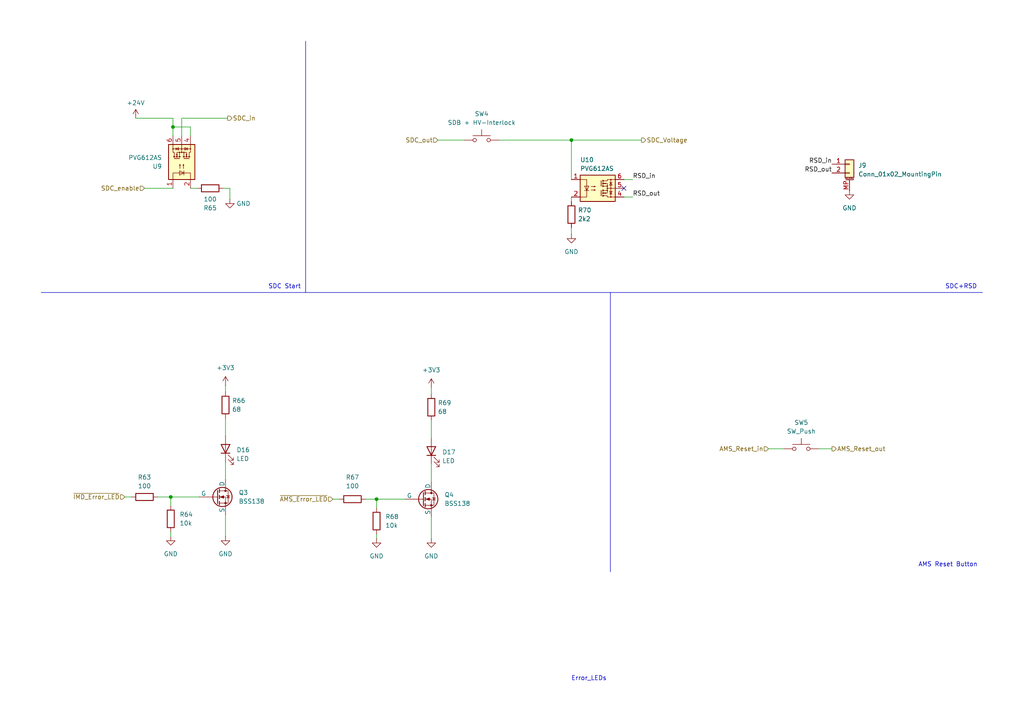
<source format=kicad_sch>
(kicad_sch (version 20250114) (generator "eeschema") (generator_version "9.0")
  (paper "A4")
  (lib_symbols
    (symbol "Connector_Generic_MountingPin:Conn_01x02_MountingPin" (pin_names (offset 1.016) (hide yes))
      (property "Reference" "J" (at 0 2.54 0))
      (property "Value" "Conn_01x02_MountingPin" (at 1.27 -5.08 0))
      (symbol "Conn_01x02_MountingPin_1_1"
        (rectangle (start -1.27 1.27) (end 1.27 -3.81) (stroke (width 0.254)) (fill (type background)))
        (rectangle (start -1.27 0.127) (end 0 -0.127) (stroke (width 0.1524)))
        (rectangle (start -1.27 -2.413) (end 0 -2.667) (stroke (width 0.1524)))
        (polyline (pts (xy -1.016 -4.572) (xy 1.016 -4.572)) (stroke (width 0.1524)))
        (text "Mounting" (at 0 -4.191 0) (effects (font (size 0.381 0.381))))
        (pin passive line (at -5.08 0 0) (length 3.81) (name "Pin_1") (number "1"))
        (pin passive line (at -5.08 -2.54 0) (length 3.81) (name "Pin_2") (number "2"))
        (pin passive line (at 0 -7.62 90) (length 3.048) (name "MountPin") (number "MP"))
      )
    )
    (symbol "Device:LED" (pin_numbers (hide yes)) (pin_names (offset 1.016) (hide yes))
      (property "Reference" "D" (at 0 2.54 0))
      (property "Value" "LED" (at 0 -2.54 0))
      (symbol "LED_0_1"
        (polyline (pts (xy -3.048 -0.762) (xy -4.572 -2.286) (xy -3.81 -2.286) (xy -4.572 -2.286) (xy -4.572 -1.524)))
        (polyline (pts (xy -1.778 -0.762) (xy -3.302 -2.286) (xy -2.54 -2.286) (xy -3.302 -2.286) (xy -3.302 -1.524)))
        (polyline (pts (xy -1.27 0) (xy 1.27 0)))
        (polyline (pts (xy -1.27 -1.27) (xy -1.27 1.27)) (stroke (width 0.254)))
        (polyline (pts (xy 1.27 -1.27) (xy 1.27 1.27) (xy -1.27 0) (xy 1.27 -1.27)) (stroke (width 0.254)))
      )
      (symbol "LED_1_1"
        (pin passive line (at -3.81 0 0) (length 2.54) (name "K") (number "1"))
        (pin passive line (at 3.81 0 180) (length 2.54) (name "A") (number "2"))
      )
    )
    (symbol "Device:R" (pin_numbers (hide yes)) (pin_names (offset 0))
      (property "Reference" "R" (at 2.032 0 90))
      (property "Value" "R" (at 0 0 90))
      (symbol "R_0_1"
        (rectangle (start -1.016 -2.54) (end 1.016 2.54) (stroke (width 0.254)))
      )
      (symbol "R_1_1"
        (pin passive line (at 0 3.81 270) (length 1.27) (name "~") (number "1"))
        (pin passive line (at 0 -3.81 90) (length 1.27) (name "~") (number "2"))
      )
    )
    (symbol "FaSTTUBe_Power-Switches:PVG612AS"
      (property "Reference" "U" (at -3.81 5.08 0))
      (property "Value" "PVG612AS" (at 0 -5.08 0))
      (symbol "PVG612AS_0_1"
        (rectangle (start -5.08 3.81) (end 5.08 -3.81) (stroke (width 0.254)) (fill (type background)))
        (polyline (pts (xy -5.08 2.54) (xy -3.175 2.54) (xy -3.175 -2.54) (xy -5.08 -2.54)))
        (polyline (pts (xy -3.81 -0.635) (xy -2.54 -0.635)))
        (polyline (pts (xy -3.175 -0.635) (xy -3.81 0.635) (xy -2.54 0.635) (xy -3.175 -0.635)))
        (polyline (pts (xy -1.905 0.508) (xy -0.635 0.508) (xy -1.016 0.381) (xy -1.016 0.635) (xy -0.635 0.508)))
        (polyline (pts (xy -1.905 -0.508) (xy -0.635 -0.508) (xy -1.016 -0.635) (xy -1.016 -0.381) (xy -0.635 -0.508)))
        (polyline (pts (xy 1.016 2.159) (xy 1.016 0.635)) (stroke (width 0.2032)))
        (polyline (pts (xy 1.016 -0.635) (xy 1.016 -2.159)) (stroke (width 0.2032)))
        (polyline (pts (xy 1.524 2.286) (xy 1.524 2.032) (xy 1.524 2.032)) (stroke (width 0.3556)))
        (polyline (pts (xy 1.524 1.524) (xy 1.524 1.27) (xy 1.524 1.27)) (stroke (width 0.3556)))
        (polyline (pts (xy 1.524 0.762) (xy 1.524 0.508) (xy 1.524 0.508)) (stroke (width 0.3556)))
        (polyline (pts (xy 1.524 -0.508) (xy 1.524 -0.762)) (stroke (width 0.3556)))
        (polyline (pts (xy 1.524 -1.27) (xy 1.524 -1.524) (xy 1.524 -1.524)) (stroke (width 0.3556)))
        (polyline (pts (xy 1.524 -2.032) (xy 1.524 -2.286) (xy 1.524 -2.286)) (stroke (width 0.3556)))
        (polyline (pts (xy 1.651 2.159) (xy 2.794 2.159) (xy 2.794 2.54) (xy 5.08 2.54)))
        (polyline (pts (xy 1.651 1.397) (xy 2.794 1.397) (xy 2.794 0.635)))
        (polyline (pts (xy 1.651 -0.635) (xy 2.794 -0.635) (xy 2.794 0.635) (xy 1.651 0.635)))
        (polyline (pts (xy 1.651 -1.397) (xy 2.794 -1.397) (xy 2.794 -0.635)))
        (polyline (pts (xy 1.651 -2.159) (xy 2.794 -2.159) (xy 2.794 -2.54) (xy 5.08 -2.54)))
        (polyline (pts (xy 1.778 1.397) (xy 2.286 1.524) (xy 2.286 1.27) (xy 1.778 1.397)))
        (polyline (pts (xy 1.778 -1.397) (xy 2.286 -1.27) (xy 2.286 -1.524) (xy 1.778 -1.397)))
        (circle (center 2.794 0.635) (radius 0.127))
        (polyline (pts (xy 2.794 0) (xy 5.08 0)))
        (circle (center 2.794 0) (radius 0.127))
        (circle (center 2.794 -0.635) (radius 0.127))
        (polyline (pts (xy 3.429 1.651) (xy 4.191 1.651)))
        (polyline (pts (xy 3.429 -1.651) (xy 4.191 -1.651)))
        (circle (center 3.81 2.54) (radius 0.127))
        (polyline (pts (xy 3.81 1.651) (xy 3.429 0.889) (xy 4.191 0.889) (xy 3.81 1.651)))
        (circle (center 3.81 0) (radius 0.127))
        (polyline (pts (xy 3.81 -1.651) (xy 3.429 -0.889) (xy 4.191 -0.889) (xy 3.81 -1.651)))
        (polyline (pts (xy 3.81 -2.54) (xy 3.81 2.54)))
        (circle (center 3.81 -2.54) (radius 0.127))
      )
      (symbol "PVG612AS_1_1"
        (pin passive line (at -7.62 2.54 0) (length 2.54) (name "~") (number "1"))
        (pin passive line (at -7.62 -2.54 0) (length 2.54) (name "~") (number "2"))
        (pin no_connect line (at -5.08 0 0) (length 2.54) (hide yes) (name "~") (number "3"))
        (pin passive line (at 7.62 2.54 180) (length 2.54) (name "~") (number "6"))
        (pin passive line (at 7.62 0 180) (length 2.54) (name "~") (number "5"))
        (pin passive line (at 7.62 -2.54 180) (length 2.54) (name "~") (number "4"))
      )
    )
    (symbol "Simulation_SPICE:NMOS" (pin_numbers (hide yes)) (pin_names (offset 0))
      (property "Reference" "Q" (at 5.08 1.27 0))
      (property "Value" "NMOS" (at 5.08 -1.27 0))
      (symbol "NMOS_0_1"
        (polyline (pts (xy 0.254 1.905) (xy 0.254 -1.905)) (stroke (width 0.254)))
        (polyline (pts (xy 0.254 0) (xy -2.54 0)))
        (polyline (pts (xy 0.762 2.286) (xy 0.762 1.27)) (stroke (width 0.254)))
        (polyline (pts (xy 0.762 0.508) (xy 0.762 -0.508)) (stroke (width 0.254)))
        (polyline (pts (xy 0.762 -1.27) (xy 0.762 -2.286)) (stroke (width 0.254)))
        (polyline (pts (xy 0.762 -1.778) (xy 3.302 -1.778) (xy 3.302 1.778) (xy 0.762 1.778)))
        (polyline (pts (xy 1.016 0) (xy 2.032 0.381) (xy 2.032 -0.381) (xy 1.016 0)) (fill (type outline)))
        (circle (center 1.651 0) (radius 2.794) (stroke (width 0.254)))
        (polyline (pts (xy 2.54 2.54) (xy 2.54 1.778)))
        (circle (center 2.54 1.778) (radius 0.254) (fill (type outline)))
        (circle (center 2.54 -1.778) (radius 0.254) (fill (type outline)))
        (polyline (pts (xy 2.54 -2.54) (xy 2.54 0) (xy 0.762 0)))
        (polyline (pts (xy 2.794 0.508) (xy 2.921 0.381) (xy 3.683 0.381) (xy 3.81 0.254)))
        (polyline (pts (xy 3.302 0.381) (xy 2.921 -0.254) (xy 3.683 -0.254) (xy 3.302 0.381)))
      )
      (symbol "NMOS_1_1"
        (pin input line (at -5.08 0 0) (length 2.54) (name "G") (number "2"))
        (pin passive line (at 2.54 5.08 270) (length 2.54) (name "D") (number "1"))
        (pin passive line (at 2.54 -5.08 90) (length 2.54) (name "S") (number "3"))
      )
    )
    (symbol "Switch:SW_Push" (pin_numbers (hide yes)) (pin_names (offset 1.016) (hide yes))
      (property "Reference" "SW" (at 1.27 2.54 0))
      (property "Value" "SW_Push" (at 0 -1.524 0))
      (symbol "SW_Push_0_1"
        (circle (center -2.032 0) (radius 0.508))
        (polyline (pts (xy 0 1.27) (xy 0 3.048)))
        (circle (center 2.032 0) (radius 0.508))
        (polyline (pts (xy 2.54 1.27) (xy -2.54 1.27)))
        (pin passive line (at -5.08 0 0) (length 2.54) (name "1") (number "1"))
        (pin passive line (at 5.08 0 180) (length 2.54) (name "2") (number "2"))
      )
    )
    (symbol "power:+24V" (power) (pin_numbers (hide yes)) (pin_names (offset 0) (hide yes))
      (property "Value" "+24V" (at 0 3.556 0))
      (symbol "+24V_0_1"
        (polyline (pts (xy -0.762 1.27) (xy 0 2.54)))
        (polyline (pts (xy 0 2.54) (xy 0.762 1.27)))
        (polyline (pts (xy 0 0) (xy 0 2.54)))
      )
      (symbol "+24V_1_1"
        (pin power_in line (at 0 0 90) (length 0) (name "~") (number "1"))
      )
    )
    (symbol "power:+3V3" (power) (pin_numbers (hide yes)) (pin_names (offset 0) (hide yes))
      (property "Value" "+3V3" (at 0 3.556 0))
      (symbol "+3V3_0_1"
        (polyline (pts (xy -0.762 1.27) (xy 0 2.54)))
        (polyline (pts (xy 0 2.54) (xy 0.762 1.27)))
        (polyline (pts (xy 0 0) (xy 0 2.54)))
      )
      (symbol "+3V3_1_1"
        (pin power_in line (at 0 0 90) (length 0) (name "~") (number "1"))
      )
    )
    (symbol "power:GND" (power) (pin_numbers (hide yes)) (pin_names (offset 0) (hide yes))
      (property "Value" "GND" (at 0 -3.81 0))
      (symbol "GND_0_1"
        (polyline (pts (xy 0 0) (xy 0 -1.27) (xy 1.27 -1.27) (xy 0 -2.54) (xy -1.27 -1.27) (xy 0 -1.27)))
      )
      (symbol "GND_1_1"
        (pin power_in line (at 0 0 270) (length 0) (name "~") (number "1"))
      )
    )
  )
  (text "AMS Reset Button" (at 274.955 163.83 0) (effects (font (size 1.27 1.27))))
  (text "Error_LEDs" (at 170.815 196.85 0) (effects (font (size 1.27 1.27))))
  (text "SDC+RSD" (at 278.765 83.185 0) (effects (font (size 1.27 1.27))))
  (text "SDC Start" (at 82.55 83.185 0) (effects (font (size 1.27 1.27))))
  (junction (at 50.165 36.83))
  (junction (at 165.735 40.64))
  (junction (at 109.22 144.78))
  (junction (at 49.53 144.145))
  (no_connect (at 180.975 54.61))
  (wire (pts (xy 237.49 130.175) (xy 241.3 130.175)))
  (wire (pts (xy 36.195 144.145) (xy 38.1 144.145)))
  (wire (pts (xy 96.52 144.78) (xy 98.425 144.78)))
  (wire (pts (xy 222.885 130.175) (xy 227.33 130.175)))
  (wire (pts (xy 65.405 149.225) (xy 65.405 155.575)))
  (wire (pts (xy 39.37 34.29) (xy 50.165 34.29)))
  (wire (pts (xy 55.245 39.37) (xy 55.245 36.83)))
  (wire (pts (xy 109.22 144.78) (xy 109.22 147.32)))
  (wire (pts (xy 64.77 54.61) (xy 66.675 54.61)))
  (wire (pts (xy 183.515 52.07) (xy 180.975 52.07)))
  (wire (pts (xy 127 40.64) (xy 134.62 40.64)))
  (wire (pts (xy 125.095 149.86) (xy 125.095 156.21)))
  (polyline (pts (xy 88.646 11.938) (xy 88.646 84.836)))
  (wire (pts (xy 180.975 57.15) (xy 183.515 57.15)))
  (wire (pts (xy 50.165 39.37) (xy 50.165 36.83)))
  (polyline (pts (xy 11.938 84.836) (xy 284.988 84.836)))
  (wire (pts (xy 125.095 134.62) (xy 125.095 139.7)))
  (wire (pts (xy 106.045 144.78) (xy 109.22 144.78)))
  (wire (pts (xy 165.735 40.64) (xy 186.055 40.64)))
  (wire (pts (xy 165.735 66.04) (xy 165.735 67.945)))
  (wire (pts (xy 165.735 57.15) (xy 165.735 58.42)))
  (wire (pts (xy 165.735 40.64) (xy 165.735 52.07)))
  (wire (pts (xy 125.095 112.395) (xy 125.095 114.3)))
  (wire (pts (xy 49.53 144.145) (xy 57.785 144.145)))
  (wire (pts (xy 45.72 144.145) (xy 49.53 144.145)))
  (wire (pts (xy 41.91 54.61) (xy 50.165 54.61)))
  (wire (pts (xy 65.405 111.76) (xy 65.405 113.665)))
  (wire (pts (xy 65.405 121.285) (xy 65.405 126.365)))
  (wire (pts (xy 66.675 54.61) (xy 66.675 57.785)))
  (wire (pts (xy 50.165 36.83) (xy 55.245 36.83)))
  (polyline (pts (xy 177.038 84.836) (xy 177.038 165.862)))
  (wire (pts (xy 52.705 34.29) (xy 66.04 34.29)))
  (wire (pts (xy 49.53 144.145) (xy 49.53 146.685)))
  (wire (pts (xy 52.705 39.37) (xy 52.705 34.29)))
  (wire (pts (xy 144.78 40.64) (xy 165.735 40.64)))
  (wire (pts (xy 50.165 36.83) (xy 50.165 34.29)))
  (wire (pts (xy 55.245 54.61) (xy 57.15 54.61)))
  (wire (pts (xy 125.095 121.92) (xy 125.095 127)))
  (wire (pts (xy 109.22 144.78) (xy 117.475 144.78)))
  (wire (pts (xy 109.22 156.21) (xy 109.22 154.94)))
  (wire (pts (xy 49.53 155.575) (xy 49.53 154.305)))
  (wire (pts (xy 65.405 133.985) (xy 65.405 139.065)))
  (label "RSD_out" (at 241.3 50.165 180))
  (label "RSD_in" (at 183.515 52.07 0))
  (label "RSD_out" (at 183.515 57.15 0))
  (label "RSD_in" (at 241.3 47.625 180))
  (hierarchical_label "SDC_out" (shape input) (at 127 40.64 180))
  (hierarchical_label "~{AMS_Error_LED}" (shape input) (at 96.52 144.78 180))
  (hierarchical_label "~{IMD_Error_LED}" (shape input) (at 36.195 144.145 180))
  (hierarchical_label "SDC_in" (shape output) (at 66.04 34.29 0))
  (hierarchical_label "AMS_Reset_in" (shape input) (at 222.885 130.175 180))
  (hierarchical_label "SDC_enable" (shape input) (at 41.91 54.61 180))
  (hierarchical_label "SDC_Voltage" (shape output) (at 186.055 40.64 0))
  (hierarchical_label "AMS_Reset_out" (shape output) (at 241.3 130.175 0))
  (symbol (lib_id "Device:R") (at 125.095 118.11 180) (unit 1)
    (property "Reference" "R69" (at 127 116.8399 0) (effects (justify right)))
    (property "Value" "68" (at 127 119.3799 0) (effects (justify right)))
    (property "Footprint" "Resistor_SMD:R_0603_1608Metric" (effects (hide yes)))
    (property "Datasheet" "CRGCQ1206F15R" (effects (hide yes)))
    (property "Description" "Resistor" (effects (hide yes)))
  )
  (symbol (lib_id "Device:R") (at 41.91 144.145 270) (unit 1)
    (property "Reference" "R63" (at 41.91 138.43 90))
    (property "Value" "100" (at 41.91 140.97 90))
    (property "Footprint" "Resistor_SMD:R_0603_1608Metric" (effects (hide yes)))
    (property "Description" "Resistor" (effects (hide yes)))
  )
  (symbol (lib_id "Device:R") (at 49.53 150.495 180) (unit 1)
    (property "Reference" "R64" (at 52.07 149.2249 0) (effects (justify right)))
    (property "Value" "10k" (at 52.07 151.7649 0) (effects (justify right)))
    (property "Footprint" "Resistor_SMD:R_0603_1608Metric" (effects (hide yes)))
    (property "Description" "Resistor" (effects (hide yes)))
  )
  (symbol (lib_id "power:GND") (at 66.675 57.785 0) (mirror y) (unit 1)
    (property "Reference" "#PWR0117" (effects (hide yes)))
    (property "Value" "GND" (at 68.58 59.0549 0) (effects (justify right)))
    (property "Description" "Power symbol creates a global label with name \"GND\" , ground" (effects (hide yes)))
  )
  (symbol (lib_id "power:GND") (at 109.22 156.21 0) (unit 1)
    (property "Reference" "#PWR0118" (effects (hide yes)))
    (property "Value" "GND" (at 109.22 161.29 0))
    (property "Description" "Power symbol creates a global label with name \"GND\" , ground" (effects (hide yes)))
  )
  (symbol (lib_id "Device:R") (at 65.405 117.475 180) (unit 1)
    (property "Reference" "R66" (at 67.31 116.2049 0) (effects (justify right)))
    (property "Value" "68" (at 67.31 118.7449 0) (effects (justify right)))
    (property "Footprint" "Resistor_SMD:R_0603_1608Metric" (effects (hide yes)))
    (property "Datasheet" "CRGCQ1206F15R" (effects (hide yes)))
    (property "Description" "Resistor" (effects (hide yes)))
  )
  (symbol (lib_id "Device:R") (at 165.735 62.23 180) (unit 1)
    (property "Reference" "R70" (at 167.64 60.9599 0) (effects (justify right)))
    (property "Value" "2k2" (at 167.64 63.4999 0) (effects (justify right)))
    (property "Footprint" "Resistor_SMD:R_1210_3225Metric" (effects (hide yes)))
    (property "Datasheet" "560112140007" (effects (hide yes)))
    (property "Description" "Resistor" (effects (hide yes)))
  )
  (symbol (lib_id "power:GND") (at 246.38 55.245 0) (unit 1)
    (property "Reference" "#PWR0122" (effects (hide yes)))
    (property "Value" "GND" (at 246.38 60.325 0))
    (property "Description" "Power symbol creates a global label with name \"GND\" , ground" (effects (hide yes)))
  )
  (symbol (lib_id "power:+3V3") (at 65.405 111.76 0) (unit 1)
    (property "Reference" "#PWR0115" (effects (hide yes)))
    (property "Value" "+3V3" (at 65.405 106.68 0))
    (property "Description" "Power symbol creates a global label with name \"+3V3\"" (effects (hide yes)))
  )
  (symbol (lib_id "Simulation_SPICE:NMOS") (at 62.865 144.145 0) (unit 1)
    (property "Reference" "Q3" (at 69.215 142.8749 0) (effects (justify left)))
    (property "Value" "BSS138" (at 69.215 145.4149 0) (effects (justify left)))
    (property "Footprint" "Package_TO_SOT_SMD:SOT-23-3" (effects (hide yes)))
    (property "Datasheet" "https://www.onsemi.com/pdf/datasheet/bss138-d.pdf" (effects (hide yes)))
    (property "Description" "N-MOSFET transistor, drain/source/gate" (effects (hide yes)))
    (property "Sim.Device" "NMOS" (effects (hide yes)))
    (property "Sim.Type" "VDMOS" (effects (hide yes)))
    (property "Sim.Pins" "1=D 2=G 3=S" (effects (hide yes)))
  )
  (symbol (lib_id "Device:R") (at 102.235 144.78 270) (unit 1)
    (property "Reference" "R67" (at 102.235 138.43 90))
    (property "Value" "100" (at 102.235 140.97 90))
    (property "Footprint" "Resistor_SMD:R_0603_1608Metric" (effects (hide yes)))
    (property "Description" "Resistor" (effects (hide yes)))
  )
  (symbol (lib_id "power:GND") (at 49.53 155.575 0) (unit 1)
    (property "Reference" "#PWR0114" (effects (hide yes)))
    (property "Value" "GND" (at 49.53 160.655 0))
    (property "Description" "Power symbol creates a global label with name \"GND\" , ground" (effects (hide yes)))
  )
  (symbol (lib_id "Device:R") (at 60.96 54.61 90) (mirror x) (unit 1)
    (property "Reference" "R65" (at 60.96 60.325 90))
    (property "Value" "100" (at 60.96 57.785 90))
    (property "Footprint" "Resistor_SMD:R_0603_1608Metric" (effects (hide yes)))
    (property "Description" "Resistor" (effects (hide yes)))
  )
  (symbol (lib_id "Device:LED") (at 65.405 130.175 90) (unit 1)
    (property "Reference" "D16" (at 68.58 130.4924 90) (effects (justify right)))
    (property "Value" "LED" (at 68.58 133.0324 90) (effects (justify right)))
    (property "Footprint" "FaSTTUBe_connectors:Micro_Mate-N-Lok_2p_vertical" (effects (hide yes)))
    (property "Datasheet" "https://www.we-online.com/components/products/datasheet/151054RS03000.pdf" (effects (hide yes)))
    (property "Description" "151054RS03000" (effects (hide yes)))
  )
  (symbol (lib_id "Device:R") (at 109.22 151.13 180) (unit 1)
    (property "Reference" "R68" (at 111.76 149.8599 0) (effects (justify right)))
    (property "Value" "10k" (at 111.76 152.3999 0) (effects (justify right)))
    (property "Footprint" "Resistor_SMD:R_0603_1608Metric" (effects (hide yes)))
    (property "Description" "Resistor" (effects (hide yes)))
  )
  (symbol (lib_id "Device:LED") (at 125.095 130.81 90) (unit 1)
    (property "Reference" "D17" (at 128.27 131.1274 90) (effects (justify right)))
    (property "Value" "LED" (at 128.27 133.6674 90) (effects (justify right)))
    (property "Footprint" "FaSTTUBe_connectors:Micro_Mate-N-Lok_2p_vertical" (effects (hide yes)))
    (property "Datasheet" "https://www.we-online.com/components/products/datasheet/151054RS03000.pdf" (effects (hide yes)))
    (property "Description" "151054RS03000" (effects (hide yes)))
  )
  (symbol (lib_id "power:GND") (at 65.405 155.575 0) (unit 1)
    (property "Reference" "#PWR0116" (effects (hide yes)))
    (property "Value" "GND" (at 65.405 160.655 0))
    (property "Description" "Power symbol creates a global label with name \"GND\" , ground" (effects (hide yes)))
  )
  (symbol (lib_id "Switch:SW_Push") (at 139.7 40.64 0) (unit 1)
    (property "Reference" "SW4" (at 139.7 33.02 0))
    (property "Value" "SDB + HV-Interlock" (at 139.7 35.56 0))
    (property "Footprint" "FaSTTUBe_connectors:Micro_Mate-N-Lok_2p_vertical" (effects (hide yes)))
    (property "Description" "Push button switch, generic, two pins" (effects (hide yes)))
  )
  (symbol (lib_id "power:GND") (at 125.095 156.21 0) (unit 1)
    (property "Reference" "#PWR0120" (effects (hide yes)))
    (property "Value" "GND" (at 125.095 161.29 0))
    (property "Description" "Power symbol creates a global label with name \"GND\" , ground" (effects (hide yes)))
  )
  (symbol (lib_id "power:+24V") (at 39.37 34.29 0) (unit 1)
    (property "Reference" "#PWR0113" (effects (hide yes)))
    (property "Value" "+24V" (at 39.37 29.845 0))
    (property "Description" "Power symbol creates a global label with name \"+24V\"" (effects (hide yes)))
  )
  (symbol (lib_id "power:+3V3") (at 125.095 112.395 0) (unit 1)
    (property "Reference" "#PWR0119" (effects (hide yes)))
    (property "Value" "+3V3" (at 125.095 107.315 0))
    (property "Description" "Power symbol creates a global label with name \"+3V3\"" (effects (hide yes)))
  )
  (symbol (lib_id "FaSTTUBe_Power-Switches:PVG612AS") (at 52.705 46.99 90) (unit 1)
    (property "Reference" "U9" (at 46.99 48.2601 90) (effects (justify left)))
    (property "Value" "PVG612AS" (at 46.99 45.7201 90) (effects (justify left)))
    (property "Footprint" "Package_DIP:SMDIP-6_W9.53mm" (effects (hide yes)))
    (property "Datasheet" "https://www.infineon.com/dgdl/Infineon-PVG612A-DataSheet-v01_00-EN.pdf?fileId=5546d462533600a401535683ca14293a" (effects (hide yes)))
    (property "Description" "Photo MOSFET optically coupled, 60VDC, 4A, 35mohm, Isolation 4000 VRMS, SMDIP-6" (effects (hide yes)))
  )
  (symbol (lib_id "Switch:SW_Push") (at 232.41 130.175 0) (unit 1)
    (property "Reference" "SW5" (at 232.41 122.555 0))
    (property "Value" "SW_Push" (at 232.41 125.095 0))
    (property "Footprint" "FaSTTUBe_connectors:Micro_Mate-N-Lok_2p_vertical" (effects (hide yes)))
    (property "Description" "Push button switch, generic, two pins" (effects (hide yes)))
  )
  (symbol (lib_id "Connector_Generic_MountingPin:Conn_01x02_MountingPin") (at 246.38 47.625 0) (unit 1)
    (property "Reference" "J9" (at 248.92 47.9805 0) (effects (justify left)))
    (property "Value" "Conn_01x02_MountingPin" (at 248.92 50.5205 0) (effects (justify left)))
    (property "Footprint" "FaSTTUBe_connectors:Micro_Mate-N-Lok_2p_vertical" (effects (hide yes)))
    (property "Description" "Generic connectable mounting pin connector, single row, 01x02, script generated (kicad-library-utils/schlib/autogen/connector/)" (effects (hide yes)))
  )
  (symbol (lib_id "Simulation_SPICE:NMOS") (at 122.555 144.78 0) (unit 1)
    (property "Reference" "Q4" (at 128.905 143.5099 0) (effects (justify left)))
    (property "Value" "BSS138" (at 128.905 146.0499 0) (effects (justify left)))
    (property "Footprint" "Package_TO_SOT_SMD:SOT-23-3" (effects (hide yes)))
    (property "Datasheet" "https://www.onsemi.com/pdf/datasheet/bss138-d.pdf" (effects (hide yes)))
    (property "Description" "N-MOSFET transistor, drain/source/gate" (effects (hide yes)))
    (property "Sim.Device" "NMOS" (effects (hide yes)))
    (property "Sim.Type" "VDMOS" (effects (hide yes)))
    (property "Sim.Pins" "1=D 2=G 3=S" (effects (hide yes)))
  )
  (symbol (lib_id "power:GND") (at 165.735 67.945 0) (unit 1)
    (property "Reference" "#PWR0121" (effects (hide yes)))
    (property "Value" "GND" (at 165.735 73.025 0))
    (property "Description" "Power symbol creates a global label with name \"GND\" , ground" (effects (hide yes)))
  )
  (symbol (lib_id "FaSTTUBe_Power-Switches:PVG612AS") (at 173.355 54.61 0) (unit 1)
    (property "Reference" "U10" (at 168.275 46.355 0) (effects (justify left)))
    (property "Value" "PVG612AS" (at 168.275 48.895 0) (effects (justify left)))
    (property "Footprint" "Package_DIP:SMDIP-6_W9.53mm" (effects (hide yes)))
    (property "Datasheet" "https://www.infineon.com/dgdl/Infineon-PVG612A-DataSheet-v01_00-EN.pdf?fileId=5546d462533600a401535683ca14293a" (effects (hide yes)))
    (property "Description" "Photo MOSFET optically coupled, 60VDC, 4A, 35mohm, Isolation 4000 VRMS, SMDIP-6" (effects (hide yes)))
  )
)
</source>
